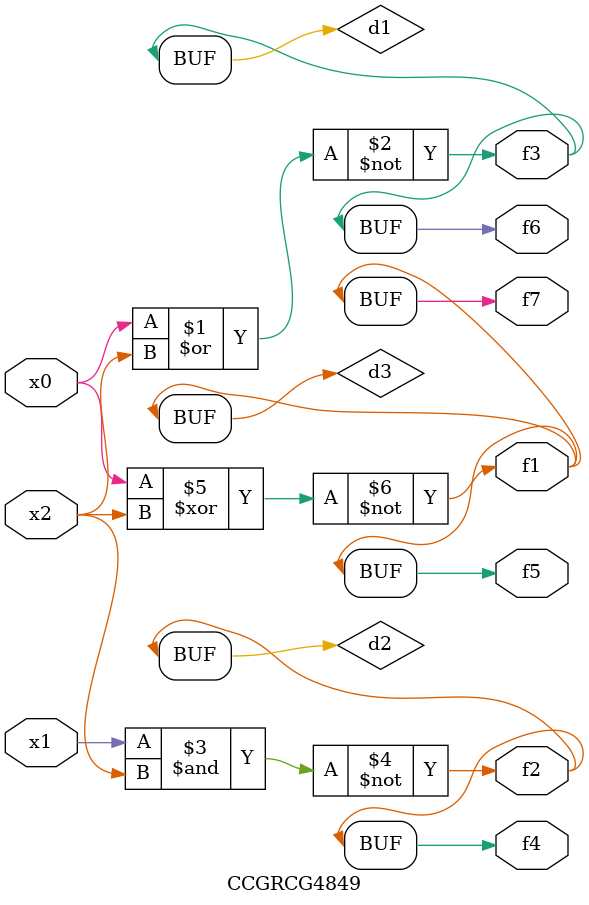
<source format=v>
module CCGRCG4849(
	input x0, x1, x2,
	output f1, f2, f3, f4, f5, f6, f7
);

	wire d1, d2, d3;

	nor (d1, x0, x2);
	nand (d2, x1, x2);
	xnor (d3, x0, x2);
	assign f1 = d3;
	assign f2 = d2;
	assign f3 = d1;
	assign f4 = d2;
	assign f5 = d3;
	assign f6 = d1;
	assign f7 = d3;
endmodule

</source>
